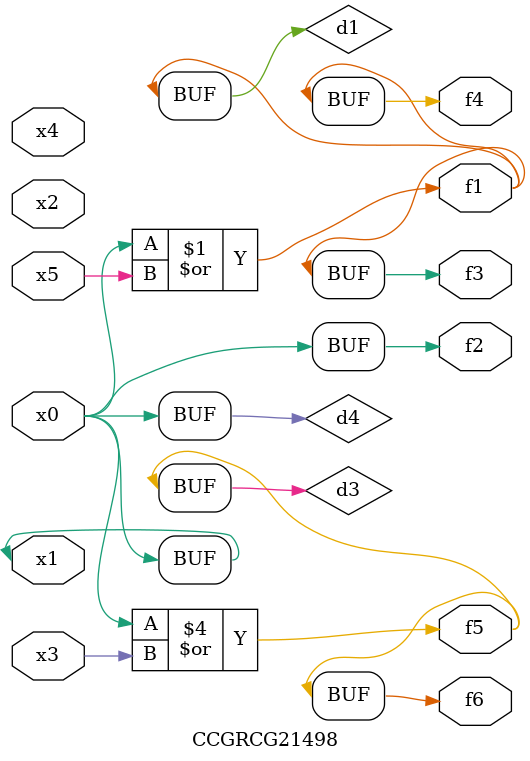
<source format=v>
module CCGRCG21498(
	input x0, x1, x2, x3, x4, x5,
	output f1, f2, f3, f4, f5, f6
);

	wire d1, d2, d3, d4;

	or (d1, x0, x5);
	xnor (d2, x1, x4);
	or (d3, x0, x3);
	buf (d4, x0, x1);
	assign f1 = d1;
	assign f2 = d4;
	assign f3 = d1;
	assign f4 = d1;
	assign f5 = d3;
	assign f6 = d3;
endmodule

</source>
